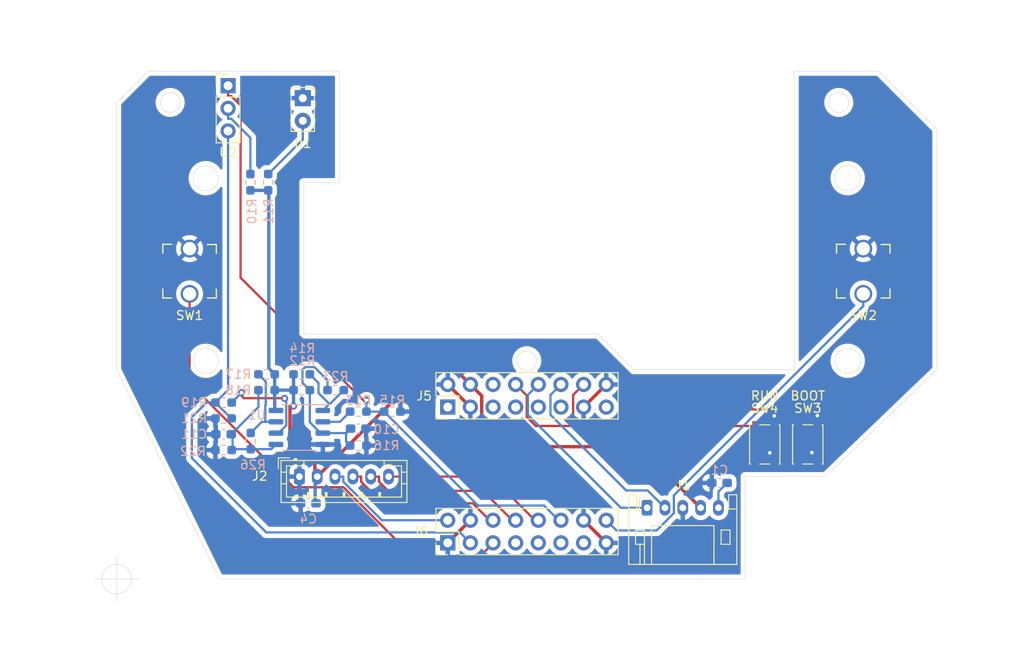
<source format=kicad_pcb>
(kicad_pcb (version 20211014) (generator pcbnew)
  (layers (0 "F.Cu" signal) (31 "B.Cu" signal) (34 "B.Paste" user) (35 "F.Paste" user) (36 "B.SilkS" user "B.Silkscreen") (37 "F.SilkS" user "F.Silkscreen") (38 "B.Mask" user) (39 "F.Mask" user) (44 "Edge.Cuts" user))
  (net 0 "")
  (net 1 "GND")
  (net 2 "Net-(C1-Pad1)")
  (net 3 "Net-(C10-Pad2)")
  (net 4 "Net-(D1-Pad2)")
  (net 5 "ENCODER_A")
  (net 6 "ENCODER_B")
  (net 7 "SDIO")
  (net 8 "SCLK")
  (net 9 "RESET")
  (net 10 "NCS")
  (net 11 "R_BTN")
  (net 12 "L_BTN")
  (net 13 "Net-(R13-Pad1)")
  (net 14 "Net-(R14-Pad1)")
  (net 15 "Net-(R17-Pad1)")
  (net 16 "Net-(R19-Pad1)")
  (net 17 "Net-(R10-Pad2)")
  (net 18 "Net-(C11-Pad1)")
  (net 22 "D+")
  (net 23 "D-")
  (net 24 "VBUS")
  (net 25 "SWDIO")
  (net 26 "SWCLK")
  (net 28 "RUN")
  (net 29 "BOOTSEL")
  (footprint "LED_THT:LED_D2.0mm_W4.8mm_H2.5mm_FlatTop" (layer "F.Cu") (at 119.38 97.02 -90)
    (fp_text reference "D1" (at 5.08 0) (layer "F.SilkS"))
    (fp_text value "IR928-6C-F")
    (fp_line (start -1.07 -1.31) (end -1.07 -1.08) (layer "F.SilkS") (width 0.12))
    (fp_line (start 3.73 -1.31) (end 3.73 1.31) (layer "F.SilkS") (width 0.12))
    (fp_line (start -1.19 -1.31) (end -1.19 1.31) (layer "F.SilkS") (width 0.12))
    (fp_line (start -1.07 1.08) (end -1.07 1.31) (layer "F.SilkS") (width 0.12))
    (fp_line (start -1.19 1.31) (end 3.73 1.31) (layer "F.SilkS") (width 0.12))
    (fp_line (start -0.95 -1.31) (end -0.95 -1.08) (layer "F.SilkS") (width 0.12))
    (fp_line (start -0.95 1.08) (end -0.95 1.31) (layer "F.SilkS") (width 0.12))
    (fp_line (start -1.19 -1.31) (end 3.73 -1.31) (layer "F.SilkS") (width 0.12))
    (pad "1" thru_hole rect locked (at 0 0 270) (size 1.8 1.8) (drill 0.9) (layers *.Cu *.Mask) (net 1 "GND"))
    (pad "2" thru_hole circle locked (at 2.54 0 270) (size 1.8 1.8) (drill 0.9) (layers *.Cu *.Mask) (net 4 "Net-(D1-Pad2)"))
  )
  (footprint "Connector_JST:JST_PH_B6B-PH-K_1x06_P2.00mm_Vertical" (layer "F.Cu") (at 119 139.5)
    (fp_text reference "J2" (at -4.446 -0.054 180) (layer "F.SilkS"))
    (fp_text value "Conn_01x06")
    (fp_line (start -0.6 -2.01) (end -0.6 -1.81) (layer "F.SilkS") (width 0.12))
    (fp_line (start -0.3 -1.81) (end -0.3 -2.01) (layer "F.SilkS") (width 0.12))
    (fp_line (start 9 2.3) (end 9 1.8) (layer "F.SilkS") (width 0.12))
    (fp_line (start -2.06 2.91) (end 12.06 2.91) (layer "F.SilkS") (width 0.12))
    (fp_line (start 4.9 1.8) (end 5.1 1.8) (layer "F.SilkS") (width 0.12))
    (fp_line (start 12.06 0.8) (end 11.45 0.8) (layer "F.SilkS") (width 0.12))
    (fp_line (start 2.9 1.8) (end 3.1 1.8) (layer "F.SilkS") (width 0.12))
    (fp_line (start -1.45 2.3) (end 11.45 2.3) (layer "F.SilkS") (width 0.12))
    (fp_line (start -1.11 -2.11) (end -2.36 -2.11) (layer "F.SilkS") (width 0.12))
    (fp_line (start 2.9 2.3) (end 2.9 1.8) (layer "F.SilkS") (width 0.12))
    (fp_line (start -2.06 -1.81) (end -2.06 2.91) (layer "F.SilkS") (width 0.12))
    (fp_line (start 1.1 1.8) (end 1.1 2.3) (layer "F.SilkS") (width 0.12))
    (fp_line (start 12.06 2.91) (end 12.06 -1.81) (layer "F.SilkS") (width 0.12))
    (fp_line (start 9.1 1.8) (end 9.1 2.3) (layer "F.SilkS") (width 0.12))
    (fp_line (start -2.36 -2.11) (end -2.36 -0.86) (layer "F.SilkS") (width 0.12))
    (fp_line (start 3.1 1.8) (end 3.1 2.3) (layer "F.SilkS") (width 0.12))
    (fp_line (start 5.1 1.8) (end 5.1 2.3) (layer "F.SilkS") (width 0.12))
    (fp_line (start 0.5 -1.81) (end 0.5 -1.2) (layer "F.SilkS") (width 0.12))
    (fp_line (start 3 2.3) (end 3 1.8) (layer "F.SilkS") (width 0.12))
    (fp_line (start 6.9 1.8) (end 7.1 1.8) (layer "F.SilkS") (width 0.12))
    (fp_line (start 7 2.3) (end 7 1.8) (layer "F.SilkS") (width 0.12))
    (fp_line (start 9.5 -1.2) (end 9.5 -1.81) (layer "F.SilkS") (width 0.12))
    (fp_line (start 0.9 1.8) (end 1.1 1.8) (layer "F.SilkS") (width 0.12))
    (fp_line (start 8.9 1.8) (end 9.1 1.8) (layer "F.SilkS") (width 0.12))
    (fp_line (start 0.9 2.3) (end 0.9 1.8) (layer "F.SilkS") (width 0.12))
    (fp_line (start 11.45 -1.2) (end 9.5 -1.2) (layer "F.SilkS") (width 0.12))
    (fp_line (start -0.3 -1.91) (end -0.6 -1.91) (layer "F.SilkS") (width 0.12))
    (fp_line (start -2.06 0.8) (end -1.45 0.8) (layer "F.SilkS") (width 0.12))
    (fp_line (start 0.5 -1.2) (end -1.45 -1.2) (layer "F.SilkS") (width 0.12))
    (fp_line (start 7.1 1.8) (end 7.1 2.3) (layer "F.SilkS") (width 0.12))
    (fp_line (start -0.3 -2.01) (end -0.6 -2.01) (layer "F.SilkS") (width 0.12))
    (fp_line (start 5 2.3) (end 5 1.8) (layer "F.SilkS") (width 0.12))
    (fp_line (start 12.06 -0.5) (end 11.45 -0.5) (layer "F.SilkS") (width 0.12))
    (fp_line (start -1.45 -1.2) (end -1.45 2.3) (layer "F.SilkS") (width 0.12))
    (fp_line (start 1 2.3) (end 1 1.8) (layer "F.SilkS") (width 0.12))
    (fp_line (start 11.45 2.3) (end 11.45 -1.2) (layer "F.SilkS") (width 0.12))
    (fp_line (start 12.06 -1.81) (end -2.06 -1.81) (layer "F.SilkS") (width 0.12))
    (fp_line (start 4.9 2.3) (end 4.9 1.8) (layer "F.SilkS") (width 0.12))
    (fp_line (start 8.9 2.3) (end 8.9 1.8) (layer "F.SilkS") (width 0.12))
    (fp_line (start 6.9 2.3) (end 6.9 1.8) (layer "F.SilkS") (width 0.12))
    (fp_line (start -2.06 -0.5) (end -1.45 -0.5) (layer "F.SilkS") (width 0.12))
    (pad "1" thru_hole roundrect locked (at 0 0) (size 1.2 1.75) (drill 0.75) (layers *.Cu *.Mask) (roundrect_rratio 0.2083325) (net 1 "GND"))
    (pad "2" thru_hole oval locked (at 2 0) (size 1.2 1.75) (drill 0.75) (layers *.Cu *.Mask) (net 24 "VBUS"))
    (pad "3" thru_hole oval locked (at 4 0) (size 1.2 1.75) (drill 0.75) (layers *.Cu *.Mask) (net 10 "NCS"))
    (pad "4" thru_hole oval locked (at 6 0) (size 1.2 1.75) (drill 0.75) (layers *.Cu *.Mask) (net 9 "RESET"))
    (pad "5" thru_hole oval locked (at 8 0) (size 1.2 1.75) (drill 0.75) (layers *.Cu *.Mask) (net 8 "SCLK"))
    (pad "6" thru_hole oval locked (at 10 0) (size 1.2 1.75) (drill 0.75) (layers *.Cu *.Mask) (net 7 "SDIO"))
  )
  (footprint "Connector_JST:JST_PH_S5B-PH-K_1x05_P2.00mm_Horizontal" (layer "F.Cu") (at 158 143)
    (fp_text reference "J1" (at 4 -2.55) (layer "F.SilkS"))
    (fp_text value "Conn_01x05")
    (fp_line (start 9.3 2.5) (end 9.3 4.1) (layer "F.SilkS") (width 0.12))
    (fp_line (start -1.14 0.14) (end -1.14 -1.46) (layer "F.SilkS") (width 0.12))
    (fp_line (start 9.3 4.1) (end 8.3 4.1) (layer "F.SilkS") (width 0.12))
    (fp_line (start 10.06 0.14) (end 9.14 0.14) (layer "F.SilkS") (width 0.12))
    (fp_line (start -0.86 0.14) (end -0.86 -1.075) (layer "F.SilkS") (width 0.12))
    (fp_line (start -2.06 6.36) (end 10.06 6.36) (layer "F.SilkS") (width 0.12))
    (fp_line (start 9.14 -1.46) (end 9.14 0.14) (layer "F.SilkS") (width 0.12))
    (fp_line (start -1.3 2.5) (end -1.3 4.1) (layer "F.SilkS") (width 0.12))
    (fp_line (start 9.14 0.14) (end 8.86 0.14) (layer "F.SilkS") (width 0.12))
    (fp_line (start -0.3 4.1) (end -0.3 6.36) (layer "F.SilkS") (width 0.12))
    (fp_line (start -0.3 2.5) (end -1.3 2.5) (layer "F.SilkS") (width 0.12))
    (fp_line (start -0.3 4.1) (end -0.3 2.5) (layer "F.SilkS") (width 0.12))
    (fp_line (start -1.14 -1.46) (end -2.06 -1.46) (layer "F.SilkS") (width 0.12))
    (fp_line (start 7.5 2) (end 7.5 6.36) (layer "F.SilkS") (width 0.12))
    (fp_line (start 10.06 6.36) (end 10.06 -1.46) (layer "F.SilkS") (width 0.12))
    (fp_line (start -2.06 0.14) (end -1.14 0.14) (layer "F.SilkS") (width 0.12))
    (fp_line (start -0.8 4.1) (end -0.8 6.36) (layer "F.SilkS") (width 0.12))
    (fp_line (start 8.3 2.5) (end 9.3 2.5) (layer "F.SilkS") (width 0.12))
    (fp_line (start 10.06 -1.46) (end 9.14 -1.46) (layer "F.SilkS") (width 0.12))
    (fp_line (start 0.5 6.36) (end 0.5 2) (layer "F.SilkS") (width 0.12))
    (fp_line (start -1.3 4.1) (end -0.3 4.1) (layer "F.SilkS") (width 0.12))
    (fp_line (start -2.06 -1.46) (end -2.06 6.36) (layer "F.SilkS") (width 0.12))
    (fp_line (start 0.5 2) (end 7.5 2) (layer "F.SilkS") (width 0.12))
    (fp_line (start 8.3 4.1) (end 8.3 2.5) (layer "F.SilkS") (width 0.12))
    (fp_line (start -0.86 0.14) (end -1.14 0.14) (layer "F.SilkS") (width 0.12))
    (pad "1" thru_hole roundrect locked (at 0 0) (size 1.2 1.75) (drill 0.75) (layers *.Cu *.Mask) (roundrect_rratio 0.2083333333) (net 22 "D+"))
    (pad "2" thru_hole oval locked (at 2 0) (size 1.2 1.75) (drill 0.75) (layers *.Cu *.Mask) (net 23 "D-"))
    (pad "3" thru_hole oval locked (at 4 0) (size 1.2 1.75) (drill 0.75) (layers *.Cu *.Mask) (net 1 "GND"))
    (pad "4" thru_hole oval locked (at 6 0) (size 1.2 1.75) (drill 0.75) (layers *.Cu *.Mask) (net 24 "VBUS"))
    (pad "5" thru_hole oval locked (at 8 0) (size 1.2 1.75) (drill 0.75) (layers *.Cu *.Mask) (net 2 "Net-(C1-Pad1)"))
  )
  (footprint "keyswitches:CMI6273" (layer "F.Cu") (at 106.68 116.451 90)
    (fp_text reference "SW1" (at -4.961 0) (layer "F.SilkS"))
    (fp_text value "SW_Push")
    (fp_line (start 3.0265 -3) (end 2.0265 -3) (layer "F.SilkS") (width 0.15))
    (fp_line (start -2 -3) (end -3 -3) (layer "F.SilkS") (width 0.15))
    (fp_line (start -3 -2) (end -3 -3) (layer "F.SilkS") (width 0.15))
    (fp_line (start 3 2) (end 3 3) (layer "F.SilkS") (width 0.15))
    (fp_line (start -3 3) (end -3 2) (layer "F.SilkS") (width 0.15))
    (fp_line (start -3 3) (end -2 3) (layer "F.SilkS") (width 0.15))
    (fp_line (start 2 3) (end 3 3) (layer "F.SilkS") (width 0.15))
    (fp_line (start 3.0265 -3) (end 3.0265 -2) (layer "F.SilkS") (width 0.15))
    (pad "1" thru_hole circle locked (at 2.54 0 90) (size 2 2) (drill 1.4986) (layers *.Cu *.Mask) (net 1 "GND"))
    (pad "2" thru_hole circle locked (at -2.54 0 90) (size 2 2) (drill 1.4986) (layers *.Cu *.Mask) (net 12 "L_BTN"))
  )
  (footprint "Connector_PinHeader_2.54mm:PinHeader_1x03_P2.54mm_Vertical" (layer "F.Cu") (at 110.998 95.623)
    (fp_text reference "U2" (at 0 7.493) (layer "F.SilkS"))
    (fp_text value "PT5529B/L2/H3")
    (fp_line (start -1.33 6.41) (end 1.33 6.41) (layer "F.SilkS") (width 0.12))
    (fp_line (start -1.33 0) (end -1.33 -1.33) (layer "F.SilkS") (width 0.12))
    (fp_line (start -1.33 1.27) (end -1.33 6.41) (layer "F.SilkS") (width 0.12))
    (fp_line (start 1.33 1.27) (end 1.33 6.41) (layer "F.SilkS") (width 0.12))
    (fp_line (start -1.33 -1.33) (end 0 -1.33) (layer "F.SilkS") (width 0.12))
    (fp_line (start -1.33 1.27) (end 1.33 1.27) (layer "F.SilkS") (width 0.12))
    (pad "1" thru_hole rect locked (at 0 0) (size 1.7 1.7) (drill 1) (layers *.Cu *.Mask) (net 5 "ENCODER_A"))
    (pad "2" thru_hole oval locked (at 0 2.54) (size 1.7 1.7) (drill 1) (layers *.Cu *.Mask) (net 17 "Net-(R10-Pad2)"))
    (pad "3" thru_hole oval locked (at 0 5.08) (size 1.7 1.7) (drill 1) (layers *.Cu *.Mask) (net 6 "ENCODER_B"))
  )
  (footprint "keyswitches:CMI6273" (layer "F.Cu") (at 182.245 116.451 90)
    (fp_text reference "SW2" (at -4.961 0) (layer "F.SilkS"))
    (fp_text value "SW_Push")
    (fp_line (start -3 -2) (end -3 -3) (layer "F.SilkS") (width 0.15))
    (fp_line (start -2 -3) (end -3 -3) (layer "F.SilkS") (width 0.15))
    (fp_line (start 3.0265 -3) (end 3.0265 -2) (layer "F.SilkS") (width 0.15))
    (fp_line (start -3 3) (end -3 2) (layer "F.SilkS") (width 0.15))
    (fp_line (start 2 3) (end 3 3) (layer "F.SilkS") (width 0.15))
    (fp_line (start 3.0265 -3) (end 2.0265 -3) (layer "F.SilkS") (width 0.15))
    (fp_line (start 3 2) (end 3 3) (layer "F.SilkS") (width 0.15))
    (fp_line (start -3 3) (end -2 3) (layer "F.SilkS") (width 0.15))
    (pad "1" thru_hole circle locked (at 2.54 0 90) (size 2 2) (drill 1.4986) (layers *.Cu *.Mask) (net 1 "GND"))
    (pad "2" thru_hole circle locked (at -2.54 0 90) (size 2 2) (drill 1.4986) (layers *.Cu *.Mask) (net 11 "R_BTN"))
  )
  (footprint "Connector_PinHeader_2.54mm:PinHeader_2x08_P2.54mm_Vertical" (layer "F.Cu") (at 135.636 146.939 90)
    (fp_text reference "J6" (at 1.27 -3.063 180) (layer "F.SilkS"))
    (fp_text value "Conn_02x08_Odd_Even")
    (fp_line (start -1.33 -1.33) (end 0 -1.33) (layer "F.SilkS") (width 0.12))
    (fp_line (start -1.33 1.27) (end 1.27 1.27) (layer "F.SilkS") (width 0.12))
    (fp_line (start 3.87 -1.33) (end 3.87 19.11) (layer "F.SilkS") (width 0.12))
    (fp_line (start 1.27 -1.33) (end 3.87 -1.33) (layer "F.SilkS") (width 0.12))
    (fp_line (start -1.33 19.11) (end 3.87 19.11) (layer "F.SilkS") (width 0.12))
    (fp_line (start 1.27 1.27) (end 1.27 -1.33) (layer "F.SilkS") (width 0.12))
    (fp_line (start -1.33 0) (end -1.33 -1.33) (layer "F.SilkS") (width 0.12))
    (fp_line (start -1.33 1.27) (end -1.33 19.11) (layer "F.SilkS") (width 0.12))
    (pad "1" thru_hole rect locked (at 0 0 90) (size 1.7 1.7) (drill 1) (layers *.Cu *.Mask) (net 1 "GND"))
    (pad "2" thru_hole oval locked (at 2.54 0 90) (size 1.7 1.7) (drill 1) (layers *.Cu *.Mask) (net 10 "NCS"))
    (pad "3" thru_hole oval locked (at 0 2.54 90) (size 1.7 1.7) (drill 1) (layers *.Cu *.Mask) (net 6 "ENCODER_B"))
    (pad "4" thru_hole oval locked (at 2.54 2.54 90) (size 1.7 1.7) (drill 1) (layers *.Cu *.Mask) (net 1 "GND"))
    (pad "5" thru_hole oval locked (at 0 5.08 90) (size 1.7 1.7) (drill 1) (layers *.Cu *.Mask) (net 12 "L_BTN"))
    (pad "6" thru_hole oval locked (at 2.54 5.08 90) (size 1.7 1.7) (drill 1) (layers *.Cu *.Mask) (net 9 "RESET"))
    (pad "7" thru_hole oval locked (at 0 7.62 90) (size 1.7 1.7) (drill 1) (layers *.Cu *.Mask))
    (pad "8" thru_hole oval locked (at 2.54 7.62 90) (size 1.7 1.7) (drill 1) (layers *.Cu *.Mask) (net 8 "SCLK"))
    (pad "9" thru_hole oval locked (at 0 10.16 90) (size 1.7 1.7) (drill 1) (layers *.Cu *.Mask))
    (pad "10" thru_hole oval locked (at 2.54 10.16 90) (size 1.7 1.7) (drill 1) (layers *.Cu *.Mask) (net 7 "SDIO"))
    (pad "11" thru_hole oval locked (at 0 12.7 90) (size 1.7 1.7) (drill 1) (layers *.Cu *.Mask))
    (pad "12" thru_hole oval locked (at 2.54 12.7 90) (size 1.7 1.7) (drill 1) (layers *.Cu *.Mask) (net 5 "ENCODER_A"))
    (pad "13" thru_hole oval locked (at 0 15.24 90) (size 1.7 1.7) (drill 1) (layers *.Cu *.Mask))
    (pad "14" thru_hole oval locked (at 2.54 15.24 90) (size 1.7 1.7) (drill 1) (layers *.Cu *.Mask) (net 1 "GND"))
    (pad "15" thru_hole oval locked (at 0 17.78 90) (size 1.7 1.7) (drill 1) (layers *.Cu *.Mask) (net 1 "GND"))
    (pad "16" thru_hole oval locked (at 2.54 17.78 90) (size 1.7 1.7) (drill 1) (layers *.Cu *.Mask) (net 11 "R_BTN"))
  )
  (footprint "Connector_PinHeader_2.54mm:PinHeader_2x08_P2.54mm_Vertical" (layer "F.Cu") (at 135.636 131.699 90)
    (fp_text reference "J5" (at 1.245 -2.6455 180) (layer "F.SilkS"))
    (fp_text value "Conn_02x08_Odd_Even")
    (fp_line (start 1.27 1.27) (end 1.27 -1.33) (layer "F.SilkS") (width 0.12))
    (fp_line (start -1.33 1.27) (end 1.27 1.27) (layer "F.SilkS") (width 0.12))
    (fp_line (start -1.33 -1.33) (end 0 -1.33) (layer "F.SilkS") (width 0.12))
    (fp_line (start 1.27 -1.33) (end 3.87 -1.33) (layer "F.SilkS") (width 0.12))
    (fp_line (start -1.33 0) (end -1.33 -1.33) (layer "F.SilkS") (width 0.12))
    (fp_line (start -1.33 19.11) (end 3.87 19.11) (layer "F.SilkS") (width 0.12))
    (fp_line (start 3.87 -1.33) (end 3.87 19.11) (layer "F.SilkS") (width 0.12))
    (fp_line (start -1.33 1.27) (end -1.33 19.11) (layer "F.SilkS") (width 0.12))
    (pad "1" thru_hole rect locked (at 0 0 90) (size 1.7 1.7) (drill 1) (layers *.Cu *.Mask))
    (pad "2" thru_hole oval locked (at 2.54 0 90) (size 1.7 1.7) (drill 1) (layers *.Cu *.Mask) (net 1 "GND"))
    (pad "3" thru_hole oval locked (at 0 2.54 90) (size 1.7 1.7) (drill 1) (layers *.Cu *.Mask) (net 1 "GND"))
    (pad "4" thru_hole oval locked (at 2.54 2.54 90) (size 1.7 1.7) (drill 1) (layers *.Cu *.Mask) (net 24 "VBUS"))
    (pad "5" thru_hole oval locked (at 0 5.08 90) (size 1.7 1.7) (drill 1) (layers *.Cu *.Mask))
    (pad "6" thru_hole oval locked (at 2.54 5.08 90) (size 1.7 1.7) (drill 1) (layers *.Cu *.Mask))
    (pad "7" thru_hole oval locked (at 0 7.62 90) (size 1.7 1.7) (drill 1) (layers *.Cu *.Mask))
    (pad "8" thru_hole oval locked (at 2.54 7.62 90) (size 1.7 1.7) (drill 1) (layers *.Cu *.Mask) (net 28 "RUN"))
    (pad "9" thru_hole oval locked (at 0 10.16 90) (size 1.7 1.7) (drill 1) (layers *.Cu *.Mask) (net 26 "SWCLK"))
    (pad "10" thru_hole oval locked (at 2.54 10.16 90) (size 1.7 1.7) (drill 1) (layers *.Cu *.Mask) (net 22 "D+"))
    (pad "11" thru_hole oval locked (at 0 12.7 90) (size 1.7 1.7) (drill 1) (layers *.Cu *.Mask) (net 25 "SWDIO"))
    (pad "12" thru_hole oval locked (at 2.54 12.7 90) (size 1.7 1.7) (drill 1) (layers *.Cu *.Mask) (net 23 "D-"))
    (pad "13" thru_hole oval locked (at 0 15.24 90) (size 1.7 1.7) (drill 1) (layers *.Cu *.Mask) (net 1 "GND"))
    (pad "14" thru_hole oval locked (at 2.54 15.24 90) (size 1.7 1.7) (drill 1) (layers *.Cu *.Mask) (net 29 "BOOTSEL"))
    (pad "15" thru_hole oval locked (at 0 17.78 90) (size 1.7 1.7) (drill 1) (layers *.Cu *.Mask))
    (pad "16" thru_hole oval locked (at 2.54 17.78 90) (size 1.7 1.7) (drill 1) (layers *.Cu *.Mask) (net 1 "GND"))
  )
  (footprint "Button_Switch_SMD:SW_SPST_PTS810" (layer "F.Cu") (at 176.022 135.89 90)
    (fp_text reference "SW3" (at 4.064 0 180) (layer "F.SilkS"))
    (fp_text value "SW_Push")
    (fp_line (start -2.2 1.58) (end -2.2 1.7) (layer "F.SilkS") (width 0.12))
    (fp_line (start 2.2 -1.7) (end -2.2 -1.7) (layer "F.SilkS") (width 0.12))
    (fp_line (start -2.2 1.7) (end 2.2 1.7) (layer "F.SilkS") (width 0.12))
    (fp_line (start -2.2 -1.7) (end -2.2 -1.58) (layer "F.SilkS") (width 0.12))
    (fp_line (start -2.2 -0.57) (end -2.2 0.57) (layer "F.SilkS") (width 0.12))
    (fp_line (start 2.2 0.57) (end 2.2 -0.57) (layer "F.SilkS") (width 0.12))
    (fp_line (start 2.2 -1.58) (end 2.2 -1.7) (layer "F.SilkS") (width 0.12))
    (fp_line (start 2.2 1.7) (end 2.2 1.58) (layer "F.SilkS") (width 0.12))
    (pad "1" smd rect locked (at -2.075 -1.075 90) (size 1.05 0.65) (layers "F.Cu" "F.Paste" "F.Mask") (net 29 "BOOTSEL"))
    (pad "1" smd rect locked (at 2.075 -1.075 90) (size 1.05 0.65) (layers "F.Cu" "F.Paste" "F.Mask") (net 29 "BOOTSEL"))
    (pad "2" smd rect locked (at 2.075 1.075 90) (size 1.05 0.65) (layers "F.Cu" "F.Paste" "F.Mask") (net 1 "GND"))
    (pad "2" smd rect locked (at -2.075 1.075 90) (size 1.05 0.65) (layers "F.Cu" "F.Paste" "F.Mask") (net 1 "GND"))
  )
  (footprint "Button_Switch_SMD:SW_SPST_PTS810" (layer "F.Cu") (at 171.196 135.89 90)
    (fp_text reference "SW4" (at 4.064 0 180) (layer "F.SilkS"))
    (fp_text value "SW_Push")
    (fp_line (start 2.2 0.57) (end 2.2 -0.57) (layer "F.SilkS") (width 0.12))
    (fp_line (start 2.2 -1.7) (end -2.2 -1.7) (layer "F.SilkS") (width 0.12))
    (fp_line (start 2.2 1.7) (end 2.2 1.58) (layer "F.SilkS") (width 0.12))
    (fp_line (start -2.2 1.7) (end 2.2 1.7) (layer "F.SilkS") (width 0.12))
    (fp_line (start 2.2 -1.58) (end 2.2 -1.7) (layer "F.SilkS") (width 0.12))
    (fp_line (start -2.2 -1.7) (end -2.2 -1.58) (layer "F.SilkS") (width 0.12))
    (fp_line (start -2.2 -0.57) (end -2.2 0.57) (layer "F.SilkS") (width 0.12))
    (fp_line (start -2.2 1.58) (end -2.2 1.7) (layer "F.SilkS") (width 0.12))
    (pad "1" smd rect locked (at -2.075 -1.075 90) (size 1.05 0.65) (layers "F.Cu" "F.Paste" "F.Mask") (net 28 "RUN"))
    (pad "1" smd rect locked (at 2.075 -1.075 90) (size 1.05 0.65) (layers "F.Cu" "F.Paste" "F.Mask") (net 28 "RUN"))
    (pad "2" smd rect locked (at 2.075 1.075 90) (size 1.05 0.65) (layers "F.Cu" "F.Paste" "F.Mask") (net 1 "GND"))
    (pad "2" smd rect locked (at -2.075 1.075 90) (size 1.05 0.65) (layers "F.Cu" "F.Paste" "F.Mask") (net 1 "GND"))
  )
  (footprint "Resistor_SMD:R_0603_1608Metric_Pad0.98x0.95mm_HandSolder" (layer "B.Cu") (at 113.5 106.455 90)
    (fp_text reference "R10" (at -3.265 0.165 90) (layer "B.SilkS") (effects (justify mirror)))
    (fp_text value "0")
    (fp_line (start -0.254724 0.5225) (end 0.254724 0.5225) (layer "B.SilkS") (width 0.12))
    (fp_line (start -0.254724 -0.5225) (end 0.254724 -0.5225) (layer "B.SilkS") (width 0.12))
    (pad "1" smd roundrect locked (at -0.9125 0 90) (size 0.975 0.95) (layers "B.Cu" "B.Paste" "B.Mask") (net 24 "VBUS"))
    (pad "2" smd roundrect locked (at 0.9125 0 90) (size 0.975 0.95) (layers "B.Cu" "B.Paste" "B.Mask") (net 17 "Net-(R10-Pad2)"))
  )
  (footprint "Resistor_SMD:R_0603_1608Metric_Pad0.98x0.95mm_HandSolder" (layer "B.Cu") (at 115.5 106.455 90)
    (fp_text reference "R11" (at -3.265 0.07 90) (layer "B.SilkS") (effects (justify mirror)))
    (fp_text value "270")
    (fp_line (start -0.254724 0.5225) (end 0.254724 0.5225) (layer "B.SilkS") (width 0.12))
    (fp_line (start -0.254724 -0.5225) (end 0.254724 -0.5225) (layer "B.SilkS") (width 0.12))
    (pad "1" smd roundrect locked (at -0.9125 0 90) (size 0.975 0.95) (layers "B.Cu" "B.Paste" "B.Mask") (net 24 "VBUS"))
    (pad "2" smd roundrect locked (at 0.9125 0 90) (size 0.975 0.95) (layers "B.Cu" "B.Paste" "B.Mask") (net 4 "Net-(D1-Pad2)"))
  )
  (footprint "Capacitor_SMD:C_0603_1608Metric_Pad1.08x0.95mm_HandSolder" (layer "B.Cu") (at 120 142.5 180)
    (fp_text reference "C4" (at 0 -1.772) (layer "B.SilkS") (effects (justify mirror)))
    (fp_text value "0.1u")
    (fp_line (start -0.146267 -0.51) (end 0.146267 -0.51) (layer "B.SilkS") (width 0.12))
    (fp_line (start -0.146267 0.51) (end 0.146267 0.51) (layer "B.SilkS") (width 0.12))
    (pad "1" smd roundrect locked (at -0.8625 0 180) (size 1.075 0.95) (layers "B.Cu" "B.Paste" "B.Mask") (net 24 "VBUS"))
    (pad "2" smd roundrect locked (at 0.8625 0 180) (size 1.075 0.95) (layers "B.Cu" "B.Paste" "B.Mask") (net 1 "GND"))
  )
  (footprint "Resistor_SMD:R_0603_1608Metric_Pad0.98x0.95mm_HandSolder" (layer "B.Cu") (at 129.413 132.207)
    (fp_text reference "R15" (at 0 -1.27) (layer "B.SilkS") (effects (justify mirror)))
    (fp_text value "15k")
    (fp_line (start -0.254724 -0.5225) (end 0.254724 -0.5225) (layer "B.SilkS") (width 0.12))
    (fp_line (start -0.254724 0.5225) (end 0.254724 0.5225) (layer "B.SilkS") (width 0.12))
    (pad "1" smd roundrect locked (at -0.9125 0) (size 0.975 0.95) (layers "B.Cu" "B.Paste" "B.Mask") (net 5 "ENCODER_A"))
    (pad "2" smd roundrect locked (at 0.9125 0) (size 0.975 0.95) (layers "B.Cu" "B.Paste" "B.Mask") (net 1 "GND"))
  )
  (footprint "Capacitor_SMD:C_0603_1608Metric_Pad1.08x0.95mm_HandSolder" (layer "B.Cu") (at 110.49 134.747 180)
    (fp_text reference "C11" (at 3.302 0) (layer "B.SilkS") (effects (justify mirror)))
    (fp_text value "(not Mount)")
    (fp_line (start -0.146267 -0.51) (end 0.146267 -0.51) (layer "B.SilkS") (width 0.12))
    (fp_line (start -0.146267 0.51) (end 0.146267 0.51) (layer "B.SilkS") (width 0.12))
    (pad "1" smd roundrect locked (at -0.8625 0 180) (size 1.075 0.95) (layers "B.Cu" "B.Paste" "B.Mask") (net 18 "Net-(C11-Pad1)"))
    (pad "2" smd roundrect locked (at 0.8625 0 180) (size 1.075 0.95) (layers "B.Cu" "B.Paste" "B.Mask") (net 1 "GND"))
  )
  (footprint "Resistor_SMD:R_0603_1608Metric_Pad0.98x0.95mm_HandSolder" (layer "B.Cu") (at 125.603 132.207)
    (fp_text reference "R13" (at 0 -1.27) (layer "B.SilkS") (effects (justify mirror)))
    (fp_text value "0")
    (fp_line (start -0.254724 0.5225) (end 0.254724 0.5225) (layer "B.SilkS") (width 0.12))
    (fp_line (start -0.254724 -0.5225) (end 0.254724 -0.5225) (layer "B.SilkS") (width 0.12))
    (pad "1" smd roundrect locked (at -0.9125 0) (size 0.975 0.95) (layers "B.Cu" "B.Paste" "B.Mask") (net 13 "Net-(R13-Pad1)"))
    (pad "2" smd roundrect locked (at 0.9125 0) (size 0.975 0.95) (layers "B.Cu" "B.Paste" "B.Mask") (net 5 "ENCODER_A"))
  )
  (footprint "Resistor_SMD:R_0603_1608Metric_Pad0.98x0.95mm_HandSolder" (layer "B.Cu") (at 125.603 136.017)
    (fp_text reference "R16" (at 3.175 0) (layer "B.SilkS") (effects (justify mirror)))
    (fp_text value "20k")
    (fp_line (start -0.254724 0.5225) (end 0.254724 0.5225) (layer "B.SilkS") (width 0.12))
    (fp_line (start -0.254724 -0.5225) (end 0.254724 -0.5225) (layer "B.SilkS") (width 0.12))
    (pad "1" smd roundrect locked (at -0.9125 0) (size 0.975 0.95) (layers "B.Cu" "B.Paste" "B.Mask") (net 3 "Net-(C10-Pad2)"))
    (pad "2" smd roundrect locked (at 0.9125 0) (size 0.975 0.95) (layers "B.Cu" "B.Paste" "B.Mask") (net 1 "GND"))
  )
  (footprint "Resistor_SMD:R_0603_1608Metric_Pad0.98x0.95mm_HandSolder" (layer "B.Cu") (at 119.253 128.016 180)
    (fp_text reference "R14" (at -0.071 2.921) (layer "B.SilkS") (effects (justify mirror)))
    (fp_text value "10k")
    (fp_line (start -0.254724 -0.5225) (end 0.254724 -0.5225) (layer "B.SilkS") (width 0.12))
    (fp_line (start -0.254724 0.5225) (end 0.254724 0.5225) (layer "B.SilkS") (width 0.12))
    (pad "1" smd roundrect locked (at -0.9125 0 180) (size 0.975 0.95) (layers "B.Cu" "B.Paste" "B.Mask") (net 14 "Net-(R14-Pad1)"))
    (pad "2" smd roundrect locked (at 0.9125 0 180) (size 0.975 0.95) (layers "B.Cu" "B.Paste" "B.Mask") (net 24 "VBUS"))
  )
  (footprint "Resistor_SMD:R_0603_1608Metric_Pad0.98x0.95mm_HandSolder" (layer "B.Cu") (at 119.253 129.794)
    (fp_text reference "R12" (at 0.071 -3.302) (layer "B.SilkS") (effects (justify mirror)))
    (fp_text value "47k")
    (fp_line (start -0.254724 0.5225) (end 0.254724 0.5225) (layer "B.SilkS") (width 0.12))
    (fp_line (start -0.254724 -0.5225) (end 0.254724 -0.5225) (layer "B.SilkS") (width 0.12))
    (pad "1" smd roundrect locked (at -0.9125 0) (size 0.975 0.95) (layers "B.Cu" "B.Paste" "B.Mask") (net 24 "VBUS"))
    (pad "2" smd roundrect locked (at 0.9125 0) (size 0.975 0.95) (layers "B.Cu" "B.Paste" "B.Mask") (net 3 "Net-(C10-Pad2)"))
  )
  (footprint "Capacitor_SMD:C_0603_1608Metric_Pad1.08x0.95mm_HandSolder" (layer "B.Cu") (at 125.603 134.112 180)
    (fp_text reference "C10" (at -3.175 -0.09) (layer "B.SilkS") (effects (justify mirror)))
    (fp_text value "(not Mount)")
    (fp_line (start -0.146267 -0.51) (end 0.146267 -0.51) (layer "B.SilkS") (width 0.12))
    (fp_line (start -0.146267 0.51) (end 0.146267 0.51) (layer "B.SilkS") (width 0.12))
    (pad "1" smd roundrect locked (at -0.8625 0 180) (size 1.075 0.95) (layers "B.Cu" "B.Paste" "B.Mask") (net 1 "GND"))
    (pad "2" smd roundrect locked (at 0.8625 0 180) (size 1.075 0.95) (layers "B.Cu" "B.Paste" "B.Mask") (net 3 "Net-(C10-Pad2)"))
  )
  (footprint "Resistor_SMD:R_0603_1608Metric_Pad0.98x0.95mm_HandSolder" (layer "B.Cu") (at 115.316 129.794 180)
    (fp_text reference "R18" (at 3.175 0) (layer "B.SilkS") (effects (justify mirror)))
    (fp_text value "47k")
    (fp_line (start -0.254724 0.5225) (end 0.254724 0.5225) (layer "B.SilkS") (width 0.12))
    (fp_line (start -0.254724 -0.5225) (end 0.254724 -0.5225) (layer "B.SilkS") (width 0.12))
    (pad "1" smd roundrect locked (at -0.9125 0 180) (size 0.975 0.95) (layers "B.Cu" "B.Paste" "B.Mask") (net 24 "VBUS"))
    (pad "2" smd roundrect locked (at 0.9125 0 180) (size 0.975 0.95) (layers "B.Cu" "B.Paste" "B.Mask") (net 18 "Net-(C11-Pad1)"))
  )
  (footprint "Resistor_SMD:R_0603_1608Metric_Pad0.98x0.95mm_HandSolder" (layer "B.Cu") (at 110.49 131.191 180)
    (fp_text reference "R19" (at 3.302 0) (layer "B.SilkS") (effects (justify mirror)))
    (fp_text value "0")
    (fp_line (start -0.254724 -0.5225) (end 0.254724 -0.5225) (layer "B.SilkS") (width 0.12))
    (fp_line (start -0.254724 0.5225) (end 0.254724 0.5225) (layer "B.SilkS") (width 0.12))
    (pad "1" smd roundrect locked (at -0.9125 0 180) (size 0.975 0.95) (layers "B.Cu" "B.Paste" "B.Mask") (net 16 "Net-(R19-Pad1)"))
    (pad "2" smd roundrect locked (at 0.9125 0 180) (size 0.975 0.95) (layers "B.Cu" "B.Paste" "B.Mask") (net 6 "ENCODER_B"))
  )
  (footprint "Resistor_SMD:R_0603_1608Metric_Pad0.98x0.95mm_HandSolder" (layer "B.Cu") (at 110.49 132.969 180)
    (fp_text reference "R21" (at 3.302 0) (layer "B.SilkS") (effects (justify mirror)))
    (fp_text value "15k")
    (fp_line (start -0.254724 0.5225) (end 0.254724 0.5225) (layer "B.SilkS") (width 0.12))
    (fp_line (start -0.254724 -0.5225) (end 0.254724 -0.5225) (layer "B.SilkS") (width 0.12))
    (pad "1" smd roundrect locked (at -0.9125 0 180) (size 0.975 0.95) (layers "B.Cu" "B.Paste" "B.Mask") (net 6 "ENCODER_B"))
    (pad "2" smd roundrect locked (at 0.9125 0 180) (size 0.975 0.95) (layers "B.Cu" "B.Paste" "B.Mask") (net 1 "GND"))
  )
  (footprint "Resistor_SMD:R_0603_1608Metric_Pad0.98x0.95mm_HandSolder" (layer "B.Cu") (at 115.316 128.016)
    (fp_text reference "R17" (at -3.175 0) (layer "B.SilkS") (effects (justify mirror)))
    (fp_text value "10k")
    (fp_line (start -0.254724 -0.5225) (end 0.254724 -0.5225) (layer "B.SilkS") (width 0.12))
    (fp_line (start -0.254724 0.5225) (end 0.254724 0.5225) (layer "B.SilkS") (width 0.12))
    (pad "1" smd roundrect locked (at -0.9125 0) (size 0.975 0.95) (layers "B.Cu" "B.Paste" "B.Mask") (net 15 "Net-(R17-Pad1)"))
    (pad "2" smd roundrect locked (at 0.9125 0) (size 0.975 0.95) (layers "B.Cu" "B.Paste" "B.Mask") (net 24 "VBUS"))
  )
  (footprint "Resistor_SMD:R_0603_1608Metric_Pad0.98x0.95mm_HandSolder" (layer "B.Cu") (at 113.538 135.509 90)
    (fp_text reference "R26" (at -2.667 0.254 180) (layer "B.SilkS") (effects (justify mirror)))
    (fp_text value "390k")
    (fp_line (start -0.254724 -0.5225) (end 0.254724 -0.5225) (layer "B.SilkS") (width 0.12))
    (fp_line (start -0.254724 0.5225) (end 0.254724 0.5225) (layer "B.SilkS") (width 0.12))
    (pad "1" smd roundrect locked (at -0.9125 0 90) (size 0.975 0.95) (layers "B.Cu" "B.Paste" "B.Mask") (net 18 "Net-(C11-Pad1)"))
    (pad "2" smd roundrect locked (at 0.9125 0 90) (size 0.975 0.95) (layers "B.Cu" "B.Paste" "B.Mask") (net 15 "Net-(R17-Pad1)"))
  )
  (footprint "Resistor_SMD:R_0603_1608Metric_Pad0.98x0.95mm_HandSolder" (layer "B.Cu") (at 123.063 129.794)
    (fp_text reference "R23" (at 0 -1.524) (layer "B.SilkS") (effects (justify mirror)))
    (fp_text value "390k")
    (fp_line (start -0.254724 0.5225) (end 0.254724 0.5225) (layer "B.SilkS") (width 0.12))
    (fp_line (start -0.254724 -0.5225) (end 0.254724 -0.5225) (layer "B.SilkS") (width 0.12))
    (pad "1" smd roundrect locked (at -0.9125 0) (size 0.975 0.95) (layers "B.Cu" "B.Paste" "B.Mask") (net 3 "Net-(C10-Pad2)"))
    (pad "2" smd roundrect locked (at 0.9125 0) (size 0.975 0.95) (layers "B.Cu" "B.Paste" "B.Mask") (net 14 "Net-(R14-Pad1)"))
  )
  (footprint "Resistor_SMD:R_0603_1608Metric_Pad0.98x0.95mm_HandSolder" (layer "B.Cu") (at 110.49 136.525 180)
    (fp_text reference "R22" (at 3.429 -0.127) (layer "B.SilkS") (effects (justify mirror)))
    (fp_text value "20k")
    (fp_line (start -0.254724 -0.5225) (end 0.254724 -0.5225) (layer "B.SilkS") (width 0.12))
    (fp_line (start -0.254724 0.5225) (end 0.254724 0.5225) (layer "B.SilkS") (width 0.12))
    (pad "1" smd roundrect locked (at -0.9125 0 180) (size 0.975 0.95) (layers "B.Cu" "B.Paste" "B.Mask") (net 18 "Net-(C11-Pad1)"))
    (pad "2" smd roundrect locked (at 0.9125 0 180) (size 0.975 0.95) (layers "B.Cu" "B.Paste" "B.Mask") (net 1 "GND"))
  )
  (footprint "Package_SO:SOP-8_3.9x4.9mm_P1.27mm" (layer "B.Cu") (at 118.999 133.985 180)
    (fp_text reference "U1" (at 4.755 1.397) (layer "B.SilkS") (effects (justify mirror)))
    (fp_text value "LMV393D")
    (fp_line (start 0 2.56) (end -3.45 2.56) (layer "B.SilkS") (width 0.12))
    (fp_line (start 0 -2.56) (end 1.95 -2.56) (layer "B.SilkS") (width 0.12))
    (fp_line (start 0 2.56) (end 1.95 2.56) (layer "B.SilkS") (width 0.12))
    (fp_line (start 0 -2.56) (end -1.95 -2.56) (layer "B.SilkS") (width 0.12))
    (pad "1" smd roundrect locked (at -2.625 1.905 180) (size 1.65 0.6) (layers "B.Cu" "B.Paste" "B.Mask") (net 14 "Net-(R14-Pad1)"))
    (pad "2" smd roundrect locked (at -2.625 0.635 180) (size 1.65 0.6) (layers "B.Cu" "B.Paste" "B.Mask") (net 13 "Net-(R13-Pad1)"))
    (pad "3" smd roundrect locked (at -2.625 -0.635 180) (size 1.65 0.6) (layers "B.Cu" "B.Paste" "B.Mask") (net 3 "Net-(C10-Pad2)"))
    (pad "4" smd roundrect locked (at -2.625 -1.905 180) (size 1.65 0.6) (layers "B.Cu" "B.Paste" "B.Mask") (net 1 "GND"))
    (pad "5" smd roundrect locked (at 2.625 -1.905 180) (size 1.65 0.6) (layers "B.Cu" "B.Paste" "B.Mask") (net 18 "Net-(C11-Pad1)"))
    (pad "6" smd roundrect locked (at 2.625 -0.635 180) (size 1.65 0.6) (layers "B.Cu" "B.Paste" "B.Mask") (net 16 "Net-(R19-Pad1)"))
    (pad "7" smd roundrect locked (at 2.625 0.635 180) (size 1.65 0.6) (layers "B.Cu" "B.Paste" "B.Mask") (net 15 "Net-(R17-Pad1)"))
    (pad "8" smd roundrect locked (at 2.625 1.905 180) (size 1.65 0.6) (layers "B.Cu" "B.Paste" "B.Mask") (net 24 "VBUS"))
  )
  (footprint "Capacitor_SMD:C_0603_1608Metric_Pad1.08x0.95mm_HandSolder" (layer "B.Cu") (at 166.116 140.208 180)
    (fp_text reference "C1" (at 0 1.43) (layer "B.SilkS") (effects (justify mirror)))
    (fp_text value "0.1u")
    (fp_line (start -0.146267 -0.51) (end 0.146267 -0.51) (layer "B.SilkS") (width 0.12))
    (fp_line (start -0.146267 0.51) (end 0.146267 0.51) (layer "B.SilkS") (width 0.12))
    (pad "1" smd roundrect locked (at -0.8625 0 180) (size 1.075 0.95) (layers "B.Cu" "B.Paste" "B.Mask") (net 2 "Net-(C1-Pad1)"))
    (pad "2" smd roundrect locked (at 0.8625 0 180) (size 1.075 0.95) (layers "B.Cu" "B.Paste" "B.Mask") (net 1 "GND"))
  )
  (gr_line (start 98.5 127.5) (end 110 151) (layer "Edge.Cuts") (width 0.05))
  (gr_circle (center 144.5 126.5) (end 145.5 127) (layer "Edge.Cuts") (width 0.05) (fill none))
  (gr_line (start 152.5 123.5) (end 119.5 123.5) (layer "Edge.Cuts") (width 0.05))
  (gr_line (start 156.5 127.5) (end 152.5 123.5) (layer "Edge.Cuts") (width 0.05))
  (gr_line (start 119.5 106.5) (end 123.5 106.5) (layer "Edge.Cuts") (width 0.05))
  (gr_line (start 169 139.5) (end 178 139.5) (layer "Edge.Cuts") (width 0.05))
  (gr_line (start 102 94) (end 98.5 97.5) (layer "Edge.Cuts") (width 0.05))
  (gr_line (start 174.5 94) (end 174.5 127.5) (layer "Edge.Cuts") (width 0.05))
  (gr_line (start 123.5 94) (end 102 94) (layer "Edge.Cuts") (width 0.05))
  (gr_circle (center 180.5 126.5) (end 181.5 127.5) (layer "Edge.Cuts") (width 0.05) (fill none))
  (gr_line (start 169 151) (end 164 151) (layer "Edge.Cuts") (width 0.05))
  (gr_line (start 190.5 127.5) (end 190.5 100.5) (layer "Edge.Cuts") (width 0.05))
  (gr_line (start 169 151) (end 169 139.5) (layer "Edge.Cuts") (width 0.05))
  (gr_line (start 178 139.5) (end 190.5 127.5) (layer "Edge.Cuts") (width 0.05))
  (gr_line (start 110 151) (end 164 151) (layer "Edge.Cuts") (width 0.05))
  (gr_circle (center 108.5 126.5) (end 109.5 127.5) (layer "Edge.Cuts") (width 0.05) (fill none))
  (gr_line (start 98.5 97.5) (end 98.5 127.5) (layer "Edge.Cuts") (width 0.05))
  (gr_circle (center 179.5 97.5) (end 180.5 98) (layer "Edge.Cuts") (width 0.05) (fill none))
  (gr_circle (center 108.5 106) (end 109.5 107) (layer "Edge.Cuts") (width 0.05) (fill none))
  (gr_line (start 119.5 123.5) (end 119.5 106.5) (layer "Edge.Cuts") (width 0.05))
  (gr_circle (center 180.5 106) (end 181.5 107) (layer "Edge.Cuts") (width 0.05) (fill none))
  (gr_line (start 123.5 106.5) (end 123.5 94) (layer "Edge.Cuts") (width 0.05))
  (gr_circle (center 104.5 97.5) (end 105.5 98) (layer "Edge.Cuts") (width 0.05) (fill none))
  (gr_line (start 174.5 127.5) (end 156.5 127.5) (layer "Edge.Cuts") (width 0.05))
  (gr_line (start 184 94) (end 174.5 94) (layer "Edge.Cuts") (width 0.05))
  (gr_line (start 190.5 100.5) (end 184 94) (layer "Edge.Cuts") (width 0.05))
  (gr_text "BOOT" (at 176.022 130.429) (layer "F.SilkS") (effects (font (size 1 1))))
  (gr_text "RUN" (at 171.196 130.429) (layer "F.SilkS") (effects (font (size 1 1))))
  (target plus (at 98.5 151) (size 5) (width 0.05) (layer "Edge.Cuts"))
  (segment (start 177.097 132.6615) (end 177.097 133.815) (width 0.375) (layer "F.Cu") (net 1))
  (segment (start 172.2628 132.6843) (end 172.271 132.6925) (width 0.375) (layer "F.Cu") (net 1))
  (segment (start 172.271 132.6925) (end 172.271 133.815) (width 0.375) (layer "F.Cu") (net 1))
  (segment (start 153.416 129.159) (end 150.876 131.699) (width 0.375) (layer "F.Cu") (net 1))
  (segment (start 171.763 136.8284) (end 171.763 137.457) (width 0.375) (layer "F.Cu") (net 1))
  (segment (start 135.636 146.939) (end 138.176 144.399) (width 0.375) (layer "F.Cu") (net 1))
  (segment (start 176.4814 136.7966) (end 176.737 137.0522) (width 0.375) (layer "F.Cu") (net 1))
  (segment (start 171.763 137.457) (end 172.271 137.965) (width 0.375) (layer "F.Cu") (net 1))
  (segment (start 177.097 137.965) (end 177.097 137.0522) (width 0.375) (layer "F.Cu") (net 1))
  (segment (start 176.737 137.0522) (end 177.097 137.0522) (width 0.375) (layer "F.Cu") (net 1))
  (segment (start 135.636 129.159) (end 138.176 131.699) (width 0.375) (layer "F.Cu") (net 1))
  (segment (start 150.876 144.399) (end 153.416 146.939) (width 0.375) (layer "F.Cu") (net 1))
  (via (at 172.2628 132.6843) (size 0.8) (drill 0.4) (layers "F.Cu" "B.Cu") (net 1))
  (via (at 176.4814 136.7966) (size 0.8) (drill 0.4) (layers "F.Cu" "B.Cu") (net 1))
  (via (at 177.097 132.6615) (size 0.8) (drill 0.4) (layers "F.Cu" "B.Cu") (net 1))
  (via (at 171.763 136.8284) (size 0.8) (drill 0.4) (layers "F.Cu" "B.Cu") (net 1))
  (segment (start 166 141.1865) (end 166 143) (width 0.25) (layer "B.Cu") (net 2))
  (segment (start 166.9785 140.208) (end 166 141.1865) (width 0.25) (layer "B.Cu") (net 2))
  (segment (start 124.2325 134.62) (end 124.7405 134.112) (width 0.25) (layer "B.Cu") (net 3))
  (segment (start 119.3468 127.4961) (end 119.6282 127.2147) (width 0.25) (layer "B.Cu") (net 3))
  (segment (start 120.1655 133.3982) (end 121.3873 134.62) (width 0.25) (layer "B.Cu") (net 3))
  (segment (start 119.6282 127.2147) (end 120.6829 127.2147) (width 0.25) (layer "B.Cu") (net 3))
  (segment (start 121.3873 134.62) (end 121.624 134.62) (width 0.25) (layer "B.Cu") (net 3))
  (segment (start 120.1655 129.794) (end 120.1655 133.3982) (width 0.25) (layer "B.Cu") (net 3))
  (segment (start 122.1505 128.6823) (end 122.1505 129.794) (width 0.25) (layer "B.Cu") (net 3))
  (segment (start 120.1655 129.794) (end 119.3468 128.9753) (width 0.25) (layer "B.Cu") (net 3))
  (segment (start 121.624 134.62) (end 124.2325 134.62) (width 0.25) (layer "B.Cu") (net 3))
  (segment (start 124.2325 134.62) (end 124.2325 135.559) (width 0.25) (layer "B.Cu") (net 3))
  (segment (start 119.3468 128.9753) (end 119.3468 127.4961) (width 0.25) (layer "B.Cu") (net 3))
  (segment (start 124.2325 135.559) (end 124.6905 136.017) (width 0.25) (layer "B.Cu") (net 3))
  (segment (start 120.6829 127.2147) (end 122.1505 128.6823) (width 0.25) (layer "B.Cu") (net 3))
  (segment (start 119.38 101.6625) (end 119.38 99.56) (width 0.25) (layer "B.Cu") (net 4))
  (segment (start 115.5 105.5425) (end 119.38 101.6625) (width 0.25) (layer "B.Cu") (net 4))
  (segment (start 110.998 96.7983) (end 110.998 95.623) (width 0.25) (layer "F.Cu") (net 5))
  (segment (start 112.4 117.1755) (end 112.4 97.833) (width 0.25) (layer "F.Cu") (net 5))
  (segment (start 126.113 130.8885) (end 112.4 117.1755) (width 0.25) (layer "F.Cu") (net 5))
  (segment (start 111.3653 96.7983) (end 110.998 96.7983) (width 0.25) (layer "F.Cu") (net 5))
  (segment (start 112.4 97.833) (end 111.3653 96.7983) (width 0.25) (layer "F.Cu") (net 5))
  (via (at 126.5155 130.9135) (size 0.8) (drill 0.4) (layers "F.Cu" "B.Cu") (net 5))
  (segment (start 126.5155 132.207) (end 126.5155 130.9135) (width 0.25) (layer "B.Cu") (net 5))
  (segment (start 126.5155 132.207) (end 128.5005 132.207) (width 0.25) (layer "B.Cu") (net 5))
  (segment (start 148.082 144.399) (end 148.336 144.399) (width 0.25) (layer "B.Cu") (net 5))
  (segment (start 139.065 142.748) (end 146.431 142.748) (width 0.25) (layer "B.Cu") (net 5))
  (segment (start 146.431 142.748) (end 148.082 144.399) (width 0.25) (layer "B.Cu") (net 5))
  (segment (start 128.5005 132.207) (end 139.0665 142.773) (width 0.25) (layer "B.Cu") (net 5))
  (segment (start 109.175 131.166) (end 108.61 131.166) (width 0.25) (layer "B.Cu") (net 6))
  (segment (start 137.001489 145.764489) (end 138.176 146.939) (width 0.25) (layer "B.Cu") (net 6))
  (segment (start 108.61 131.166) (end 106.934 132.842) (width 0.25) (layer "B.Cu") (net 6))
  (segment (start 106.934 137.414) (end 115.284489 145.764489) (width 0.25) (layer "B.Cu") (net 6))
  (segment (start 110.998 129.7705) (end 109.5775 131.191) (width 0.25) (layer "B.Cu") (net 6))
  (segment (start 110.998 100.703) (end 110.998 129.7705) (width 0.25) (layer "B.Cu") (net 6))
  (segment (start 106.934 132.842) (end 106.934 137.414) (width 0.25) (layer "B.Cu") (net 6))
  (segment (start 111.3555 132.969) (end 109.5775 131.191) (width 0.25) (layer "B.Cu") (net 6))
  (segment (start 111.4025 132.969) (end 111.3555 132.969) (width 0.25) (layer "B.Cu") (net 6))
  (segment (start 115.284489 145.764489) (end 137.001489 145.764489) (width 0.25) (layer "B.Cu") (net 6))
  (segment (start 145.796 144.399) (end 145.415 144.399) (width 0.25) (layer "F.Cu") (net 7))
  (segment (start 140.516 139.5) (end 129 139.5) (width 0.25) (layer "F.Cu") (net 7))
  (segment (start 145.415 144.399) (end 140.516 139.5) (width 0.25) (layer "F.Cu") (net 7))
  (segment (start 127.9253 140.0783) (end 127.9253 139.5) (width 0.25) (layer "F.Cu") (net 8))
  (segment (start 128.9468 141.0998) (end 127.9253 140.0783) (width 0.25) (layer "F.Cu") (net 8))
  (segment (start 142.875 144.399) (end 139.5758 141.0998) (width 0.25) (layer "F.Cu") (net 8))
  (segment (start 139.5758 141.0998) (end 128.9468 141.0998) (width 0.25) (layer "F.Cu") (net 8))
  (segment (start 143.256 144.399) (end 142.875 144.399) (width 0.25) (layer "F.Cu") (net 8))
  (segment (start 127.9253 139.5) (end 127 139.5) (width 0.25) (layer "F.Cu") (net 8))
  (segment (start 138.436 142.5) (end 128.347 142.5) (width 0.25) (layer "F.Cu") (net 9))
  (segment (start 140.335 144.399) (end 138.436 142.5) (width 0.25) (layer "F.Cu") (net 9))
  (segment (start 140.716 144.399) (end 140.335 144.399) (width 0.25) (layer "F.Cu") (net 9))
  (segment (start 125.9253 139.5) (end 125 139.5) (width 0.25) (layer "F.Cu") (net 9))
  (segment (start 128.347 142.5) (end 125.9253 140.0783) (width 0.25) (layer "F.Cu") (net 9))
  (segment (start 125.9253 140.0783) (end 125.9253 139.5) (width 0.25) (layer "F.Cu") (net 9))
  (segment (start 135.636 144.399) (end 128.246 144.399) (width 0.25) (layer "B.Cu") (net 10))
  (segment (start 123.9253 140.0783) (end 123.9253 139.5) (width 0.25) (layer "B.Cu") (net 10))
  (segment (start 123.9253 139.5) (end 123 139.5) (width 0.25) (layer "B.Cu") (net 10))
  (segment (start 128.246 144.399) (end 123.9253 140.0783) (width 0.25) (layer "B.Cu") (net 10))
  (segment (start 161 143.6066) (end 161 141.6066) (width 0.25) (layer "B.Cu") (net 11))
  (segment (start 153.416 144.399) (end 154.564 145.547) (width 0.25) (layer "B.Cu") (net 11))
  (segment (start 182.245 120.3616) (end 182.245 118.991) (width 0.25) (layer "B.Cu") (net 11))
  (segment (start 161 141.6066) (end 182.245 120.3616) (width 0.25) (layer "B.Cu") (net 11))
  (segment (start 154.564 145.547) (end 159.0596 145.547) (width 0.25) (layer "B.Cu") (net 11))
  (segment (start 159.0596 145.547) (end 161 143.6066) (width 0.25) (layer "B.Cu") (net 11))
  (segment (start 123.93552 140.69952) (end 118.34752 140.69952) (width 0.25) (layer "F.Cu") (net 12))
  (segment (start 118.34752 140.69952) (end 106.68 129.032) (width 0.25) (layer "F.Cu") (net 12))
  (segment (start 140.716 147) (end 138.316 149.4) (width 0.25) (layer "F.Cu") (net 12))
  (segment (start 138.316 149.4) (end 132.636 149.4) (width 0.25) (layer "F.Cu") (net 12))
  (segment (start 140.716 146.939) (end 140.716 147) (width 0.25) (layer "F.Cu") (net 12))
  (segment (start 132.636 149.4) (end 123.93552 140.69952) (width 0.25) (layer "F.Cu") (net 12))
  (segment (start 106.68 129.032) (end 106.68 118.991) (width 0.25) (layer "F.Cu") (net 12))
  (segment (start 121.624 133.35) (end 123.5475 133.35) (width 0.25) (layer "B.Cu") (net 13))
  (segment (start 123.5475 133.35) (end 124.6905 132.207) (width 0.25) (layer "B.Cu") (net 13))
  (segment (start 123.9755 129.794) (end 122.4252 131.3443) (width 0.25) (layer "B.Cu") (net 14))
  (segment (start 122.4252 131.3443) (end 122.3597 131.3443) (width 0.25) (layer "B.Cu") (net 14))
  (segment (start 121.624 132.08) (end 122.3597 131.3443) (width 0.25) (layer "B.Cu") (net 14))
  (segment (start 121.1422 128.9927) (end 120.1655 128.016) (width 0.25) (layer "B.Cu") (net 14))
  (segment (start 122.3597 131.3443) (end 121.1422 130.1268) (width 0.25) (layer "B.Cu") (net 14))
  (segment (start 121.1422 130.1268) (end 121.1422 128.9927) (width 0.25) (layer "B.Cu") (net 14))
  (segment (start 115.1717 133.35) (end 114.7845 133.35) (width 0.25) (layer "B.Cu") (net 15))
  (segment (start 115.227 131.4443) (end 115.227 128.8395) (width 0.25) (layer "B.Cu") (net 15))
  (segment (start 114.7845 133.35) (end 113.538 134.5965) (width 0.25) (layer "B.Cu") (net 15))
  (segment (start 115.1717 131.4996) (end 115.227 131.4443) (width 0.25) (layer "B.Cu") (net 15))
  (segment (start 116.374 133.35) (end 115.1717 133.35) (width 0.25) (layer "B.Cu") (net 15))
  (segment (start 115.227 128.8395) (end 114.4035 128.016) (width 0.25) (layer "B.Cu") (net 15))
  (segment (start 115.1717 133.35) (end 115.1717 131.4996) (width 0.25) (layer "B.Cu") (net 15))
  (segment (start 112.7729 130.7019) (end 112.1185 130.0475) (width 0.25) (layer "F.Cu") (net 16))
  (segment (start 116.9344 130.7019) (end 112.7729 130.7019) (width 0.25) (layer "F.Cu") (net 16))
  (via (at 117.3369 130.7269) (size 0.8) (drill 0.4) (layers "F.Cu" "B.Cu") (net 16))
  (via (at 112.521 130.0725) (size 0.8) (drill 0.4) (layers "F.Cu" "B.Cu") (net 16))
  (segment (start 112.521 130.0725) (end 111.4025 131.191) (width 0.25) (layer "B.Cu") (net 16))
  (segment (start 117.525 133.7569) (end 117.525 130.915) (width 0.25) (layer "B.Cu") (net 16))
  (segment (start 116.6619 134.62) (end 117.525 133.7569) (width 0.25) (layer "B.Cu") (net 16))
  (segment (start 117.525 130.915) (end 117.3369 130.7269) (width 0.25) (layer "B.Cu") (net 16))
  (segment (start 116.374 134.62) (end 116.6619 134.62) (width 0.25) (layer "B.Cu") (net 16))
  (segment (start 110.998 98.163) (end 110.998 99.3383) (width 0.25) (layer "B.Cu") (net 17))
  (segment (start 113.5 101.473) (end 111.3653 99.3383) (width 0.25) (layer "B.Cu") (net 17))
  (segment (start 113.5 105.5425) (end 113.5 101.473) (width 0.25) (layer "B.Cu") (net 17))
  (segment (start 111.3653 99.3383) (end 110.998 99.3383) (width 0.25) (layer "B.Cu") (net 17))
  (segment (start 111.3525 134.747) (end 114.4035 131.696) (width 0.25) (layer "B.Cu") (net 18))
  (segment (start 115.8425 136.4215) (end 113.538 136.4215) (width 0.25) (layer "B.Cu") (net 18))
  (segment (start 116.374 135.89) (end 115.8425 136.4215) (width 0.25) (layer "B.Cu") (net 18))
  (segment (start 111.506 136.4215) (end 111.506 134.9005) (width 0.25) (layer "B.Cu") (net 18))
  (segment (start 111.506 136.4215) (end 111.4025 136.525) (width 0.25) (layer "B.Cu") (net 18))
  (segment (start 114.4035 131.696) (end 114.4035 129.794) (width 0.25) (layer "B.Cu") (net 18))
  (segment (start 113.538 136.4215) (end 111.506 136.4215) (width 0.25) (layer "B.Cu") (net 18))
  (segment (start 111.506 134.9005) (end 111.3525 134.747) (width 0.25) (layer "B.Cu") (net 18))
  (segment (start 144.621489 132.566499) (end 155.05499 143) (width 0.25) (layer "B.Cu") (net 22))
  (segment (start 155.05499 143) (end 158 143) (width 0.25) (layer "B.Cu") (net 22))
  (segment (start 144.621489 130.333511) (end 144.621489 132.566499) (width 0.25) (layer "B.Cu") (net 22))
  (segment (start 145.796 129.159) (end 144.621489 130.333511) (width 0.25) (layer "B.Cu") (net 22))
  (segment (start 158.0539 141.0539) (end 160 143) (width 0.25) (layer "B.Cu") (net 23))
  (segment (start 147.161489 132.566499) (end 155.64889 141.0539) (width 0.25) (layer "B.Cu") (net 23))
  (segment (start 147.161489 130.333511) (end 147.161489 132.566499) (width 0.25) (layer "B.Cu") (net 23))
  (segment (start 148.336 129.159) (end 147.161489 130.333511) (width 0.25) (layer "B.Cu") (net 23))
  (segment (start 155.64889 141.0539) (end 158.0539 141.0539) (width 0.25) (layer "B.Cu") (net 23))
  (segment (start 117.938 131.562) (end 117.938 134.5026) (width 0.375) (layer "F.Cu") (net 24))
  (segment (start 133 127.5) (end 121 139.5) (width 0.375) (layer "F.Cu") (net 24))
  (segment (start 117.938 134.5026) (end 120.7357 137.3003) (width 0.375) (layer "F.Cu") (net 24))
  (segment (start 136.517 127.5) (end 133 127.5) (width 0.375) (layer "F.Cu") (net 24))
  (segment (start 138.176 129.159) (end 139.446 130.429) (width 0.375) (layer "F.Cu") (net 24))
  (segment (start 120.7357 137.3003) (end 120.7357 139.5) (width 0.375) (layer "F.Cu") (net 24))
  (segment (start 143.030601 136.144) (end 157.144 136.144) (width 0.375) (layer "F.Cu") (net 24))
  (segment (start 139.446 130.429) (end 139.446 132.559399) (width 0.375) (layer "F.Cu") (net 24))
  (segment (start 138.176 129.159) (end 136.517 127.5) (width 0.375) (layer "F.Cu") (net 24))
  (segment (start 139.446 132.559399) (end 143.030601 136.144) (width 0.375) (layer "F.Cu") (net 24))
  (segment (start 157.144 136.144) (end 164 143) (width 0.375) (layer "F.Cu") (net 24))
  (via (at 118.3405 131.587) (size 0.8) (drill 0.4) (layers "F.Cu" "B.Cu") (net 24))
  (segment (start 116.2285 129.794) (end 118.3405 129.794) (width 0.375) (layer "B.Cu") (net 24))
  (segment (start 120.7357 139.5) (end 120.7628 139.5271) (width 0.375) (layer "B.Cu") (net 24))
  (segment (start 115.57 107.4375) (end 115.57 127.3575) (width 0.375) (layer "B.Cu") (net 24))
  (segment (start 116.2285 131.9345) (end 116.2285 129.794) (width 0.375) (layer "B.Cu") (net 24))
  (segment (start 118.3405 129.794) (end 118.3405 131.587) (width 0.375) (layer "B.Cu") (net 24))
  (segment (start 116.374 132.08) (end 116.2285 131.9345) (width 0.375) (layer "B.Cu") (net 24))
  (segment (start 120.7628 139.5271) (end 120.7629 139.5271) (width 0.375) (layer "B.Cu") (net 24))
  (segment (start 120.7629 139.5271) (end 120.7629 142.4004) (width 0.375) (layer "B.Cu") (net 24))
  (segment (start 116.2285 128.016) (end 116.2285 129.794) (width 0.375) (layer "B.Cu") (net 24))
  (segment (start 115.5 107.3675) (end 115.57 107.4375) (width 0.375) (layer "B.Cu") (net 24))
  (segment (start 120.7629 142.4004) (end 120.8625 142.5) (width 0.375) (layer "B.Cu") (net 24))
  (segment (start 115.57 127.3575) (end 116.2285 128.016) (width 0.375) (layer "B.Cu") (net 24))
  (segment (start 121 139.5) (end 120.7357 139.5) (width 0.375) (layer "B.Cu") (net 24))
  (segment (start 115.5 107.3675) (end 113.5 107.3675) (width 0.375) (layer "B.Cu") (net 24))
  (segment (start 118.3405 128.016) (end 118.3405 129.794) (width 0.375) (layer "B.Cu") (net 24))
  (segment (start 144.5 132.816) (end 144.5 130.403) (width 0.25) (layer "F.Cu") (net 28))
  (segment (start 144.5 130.403) (end 143.256 129.159) (width 0.25) (layer "F.Cu") (net 28))
  (segment (start 170.121 133.815) (end 145.499 133.815) (width 0.25) (layer "F.Cu") (net 28))
  (segment (start 145.499 133.815) (end 144.5 132.816) (width 0.25) (layer "F.Cu") (net 28))
  (segment (start 170.121 133.815) (end 170.121 137.965) (width 0.25) (layer "F.Cu") (net 28))
  (segment (start 149.701489 130.333511) (end 150.876 129.159) (width 0.25) (layer "F.Cu") (net 29))
  (segment (start 150.114 133.223) (end 149.701489 132.810489) (width 0.25) (layer "F.Cu") (net 29))
  (segment (start 155.194 133.223) (end 150.114 133.223) (width 0.25) (layer "F.Cu") (net 29))
  (segment (start 149.701489 132.810489) (end 149.701489 130.333511) (width 0.25) (layer "F.Cu") (net 29))
  (segment (start 173.091789 131.959789) (end 156.457211 131.959789) (width 0.25) (layer "F.Cu") (net 29))
  (segment (start 174.947 133.815) (end 173.091789 131.959789) (width 0.25) (layer "F.Cu") (net 29))
  (segment (start 174.947 133.815) (end 174.947 137.965) (width 0.25) (layer "F.Cu") (net 29))
  (segment (start 156.457211 131.959789) (end 155.194 133.223) (width 0.25) (layer "F.Cu") (net 29))
  (zone (net 1) (net_name "GND") (layer "B.Cu") (connect_pads (clearance 0.508)) (min_thickness 0.254) (fill yes (thermal_gap 0.508) (thermal_bridge_width 0.508))
    (polygon (pts (xy 110 151) (xy 98.5 127.5) (xy 98.5 97.5) (xy 102 94) (xy 123.5 94) (xy 123.5 106.5) (xy 119.5 106.5) (xy 119.5 123.5) (xy 152.5 123.5) (xy 156.5 127.5) (xy 174.5 127.5) (xy 174.5 94) (xy 184 94) (xy 190.5 100.5) (xy 190.5 127.5) (xy 178 139.5) (xy 169 139.5) (xy 169 151)))
  )
)
</source>
